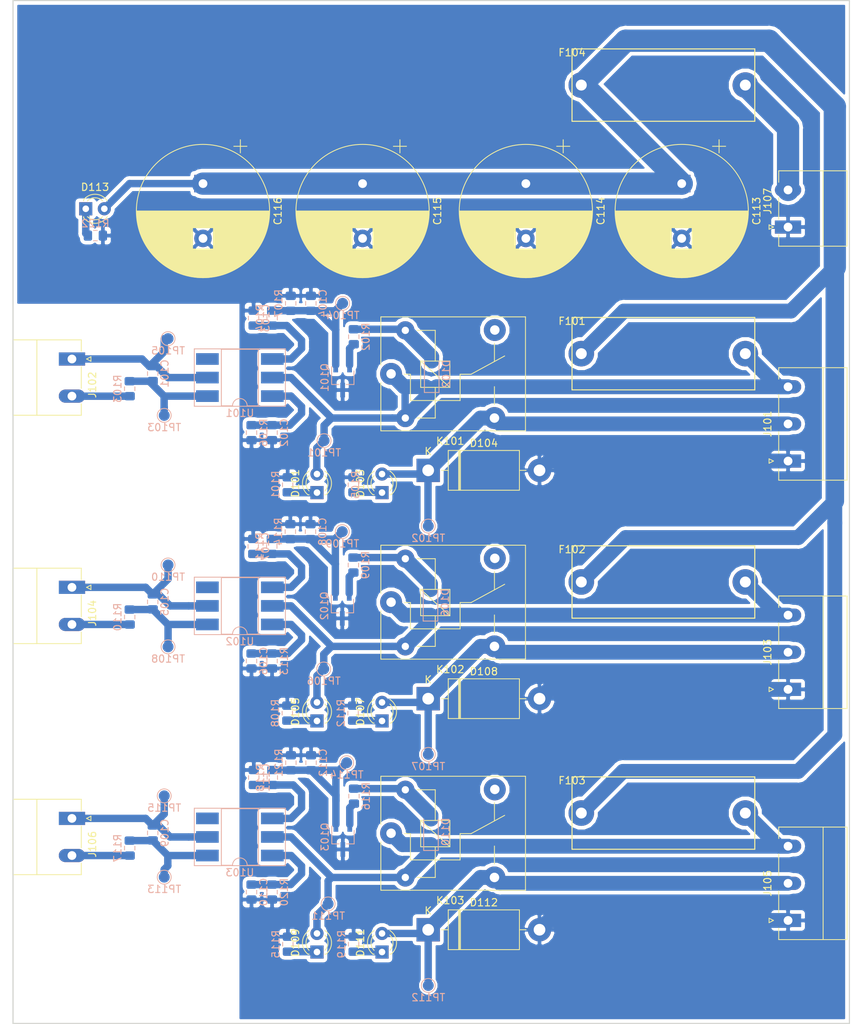
<source format=kicad_pcb>
(kicad_pcb (version 20171130) (host pcbnew 5.0.0)
  (layers (0 F.Cu jumper) (31 B.Cu signal) (34 B.Paste user) (35 F.Paste user) (36 B.SilkS user) (37 F.SilkS user) (38 B.Mask user) (39 F.Mask user) (44 Edge.Cuts user))
  (net 0 "")
  (net 1 "Net-(D103-Pad2)")
  (net 2 "Net-(C105-Pad2)")
  (net 3 "Net-(D101-Pad2)")
  (net 4 "Net-(C109-Pad2)")
  (net 5 "Net-(C112-Pad1)")
  (net 6 "Net-(C109-Pad1)")
  (net 7 "Net-(D111-Pad2)")
  (net 8 "Net-(D109-Pad2)")
  (net 9 "Net-(C105-Pad1)")
  (net 10 "Net-(D107-Pad2)")
  (net 11 "Net-(D105-Pad2)")
  (net 12 "Net-(C101-Pad2)")
  (net 13 "Net-(C104-Pad1)")
  (net 14 "Net-(C101-Pad1)")
  (net 15 "Net-(C108-Pad1)")
  (net 16 GNDPWR)
  (net 17 "Net-(D101-Pad1)")
  (net 18 "Net-(C106-Pad2)")
  (net 19 "Net-(D109-Pad1)")
  (net 20 "Net-(Q103-Pad2)")
  (net 21 "Net-(D110-Pad2)")
  (net 22 "Net-(J106-Pad2)")
  (net 23 "Net-(C111-Pad1)")
  (net 24 "Net-(D111-Pad1)")
  (net 25 "Net-(D113-Pad1)")
  (net 26 "Net-(C102-Pad2)")
  (net 27 "Net-(J102-Pad2)")
  (net 28 "Net-(Q102-Pad2)")
  (net 29 "Net-(D106-Pad2)")
  (net 30 "Net-(D105-Pad1)")
  (net 31 "Net-(D107-Pad1)")
  (net 32 "Net-(J104-Pad2)")
  (net 33 "Net-(C107-Pad1)")
  (net 34 "Net-(C110-Pad2)")
  (net 35 "Net-(D103-Pad1)")
  (net 36 "Net-(C103-Pad1)")
  (net 37 "Net-(D102-Pad2)")
  (net 38 "Net-(Q101-Pad2)")
  (net 39 "Net-(K103-Pad4)")
  (net 40 "Net-(K101-Pad4)")
  (net 41 "Net-(K102-Pad4)")
  (net 42 "Net-(U101-Pad3)")
  (net 43 "Net-(U103-Pad3)")
  (net 44 "Net-(U102-Pad3)")
  (net 45 +12V)
  (net 46 "Net-(F104-Pad2)")
  (module KicadZeniteSolarLibrary18:Fuse_Holder_5x20 (layer F.Cu) (at 638.025 -120.882)
    (fp_text reference F104 (at 0 0.5) (layer F.SilkS))
    (fp_text value 10A)
    (pad 1 thru_hole circle (at 1.27 4.953) (size 3.5 3.5) (drill 1.5) (layers *.Cu *.Mask) (net 45 +12V))
    (pad 2 thru_hole circle (at 23.7236 4.953) (size 3.5 3.5) (drill 1.5) (layers *.Cu *.Mask) (net 46 "Net-(F104-Pad2)"))
  )
  (module KicadZeniteSolarLibrary18:Fuse_Holder_5x20 (layer F.Cu) (at 638.025 -21.25)
    (fp_text reference F103 (at 0 0.5) (layer F.SilkS))
    (fp_text value 3A)
    (pad 2 thru_hole circle (at 23.7236 4.953) (size 3.5 3.5) (drill 1.5) (layers *.Cu *.Mask) (net 8 "Net-(D109-Pad2)"))
    (pad 1 thru_hole circle (at 1.27 4.953) (size 3.5 3.5) (drill 1.5) (layers *.Cu *.Mask) (net 45 +12V))
  )
  (module KicadZeniteSolarLibrary18:Fuse_Holder_5x20 (layer F.Cu) (at 638.025 -52.875)
    (fp_text reference F102 (at 0 0.5) (layer F.SilkS))
    (fp_text value 3A)
    (pad 1 thru_hole circle (at 1.27 4.953) (size 3.5 3.5) (drill 1.5) (layers *.Cu *.Mask) (net 45 +12V))
    (pad 2 thru_hole circle (at 23.7236 4.953) (size 3.5 3.5) (drill 1.5) (layers *.Cu *.Mask) (net 11 "Net-(D105-Pad2)"))
  )
  (module KicadZeniteSolarLibrary18:Fuse_Holder_5x20 (layer F.Cu) (at 638.025 -84.125)
    (fp_text reference F101 (at 0 0.5) (layer F.SilkS))
    (fp_text value 3A)
    (pad 2 thru_hole circle (at 23.7236 4.953) (size 3.5 3.5) (drill 1.5) (layers *.Cu *.Mask) (net 3 "Net-(D101-Pad2)"))
    (pad 1 thru_hole circle (at 1.27 4.953) (size 3.5 3.5) (drill 1.5) (layers *.Cu *.Mask) (net 45 +12V))
  )
  (module Capacitor_SMD:C_0805_2012Metric_Pad1.15x1.40mm_HandSolder (layer B.Cu) (at 580.625 -76.45 90)
    (fp_text reference C101 (at 0 1.65 90) (layer B.SilkS) (effects (justify mirror)))
    (fp_text value 100n)
    (pad 2 smd roundrect (at 1.025 0 90) (size 1.15 1.4) (layers B.Cu B.Paste B.Mask) (roundrect_rratio 0.217391) (net 12 "Net-(C101-Pad2)"))
    (pad 1 smd roundrect (at -1.025 0 90) (size 1.15 1.4) (layers B.Cu B.Paste B.Mask) (roundrect_rratio 0.217391) (net 14 "Net-(C101-Pad1)"))
  )
  (module Capacitor_SMD:C_0805_2012Metric_Pad1.15x1.40mm_HandSolder (layer B.Cu) (at 596.964 -68.36 90)
    (fp_text reference C102 (at 0 1.65 90) (layer B.SilkS) (effects (justify mirror)))
    (fp_text value 1n)
    (pad 1 smd roundrect (at -1.025 0 90) (size 1.15 1.4) (layers B.Cu B.Paste B.Mask) (roundrect_rratio 0.217391) (net 16 GNDPWR))
    (pad 2 smd roundrect (at 1.025 0 90) (size 1.15 1.4) (layers B.Cu B.Paste B.Mask) (roundrect_rratio 0.217391) (net 26 "Net-(C102-Pad2)"))
  )
  (module Capacitor_SMD:C_0805_2012Metric_Pad1.15x1.40mm_HandSolder (layer B.Cu) (at 594.434 -84.038 90)
    (fp_text reference C103 (at 0 1.65 90) (layer B.SilkS) (effects (justify mirror)))
    (fp_text value 100n)
    (pad 2 smd roundrect (at 1.025 0 90) (size 1.15 1.4) (layers B.Cu B.Paste B.Mask) (roundrect_rratio 0.217391) (net 16 GNDPWR))
    (pad 1 smd roundrect (at -1.025 0 90) (size 1.15 1.4) (layers B.Cu B.Paste B.Mask) (roundrect_rratio 0.217391) (net 36 "Net-(C103-Pad1)"))
  )
  (module Capacitor_SMD:C_0805_2012Metric_Pad1.15x1.40mm_HandSolder (layer B.Cu) (at 602.275 -86.061 90)
    (fp_text reference C104 (at 0 1.65 90) (layer B.SilkS) (effects (justify mirror)))
    (fp_text value 100n)
    (pad 1 smd roundrect (at -1.025 0 90) (size 1.15 1.4) (layers B.Cu B.Paste B.Mask) (roundrect_rratio 0.217391) (net 13 "Net-(C104-Pad1)"))
    (pad 2 smd roundrect (at 1.025 0 90) (size 1.15 1.4) (layers B.Cu B.Paste B.Mask) (roundrect_rratio 0.217391) (net 16 GNDPWR))
  )
  (module Capacitor_SMD:C_0805_2012Metric_Pad1.15x1.40mm_HandSolder (layer B.Cu) (at 580.625 -45.2 90)
    (fp_text reference C105 (at 0 1.65 90) (layer B.SilkS) (effects (justify mirror)))
    (fp_text value 100n)
    (pad 2 smd roundrect (at 1.025 0 90) (size 1.15 1.4) (layers B.Cu B.Paste B.Mask) (roundrect_rratio 0.217391) (net 2 "Net-(C105-Pad2)"))
    (pad 1 smd roundrect (at -1.025 0 90) (size 1.15 1.4) (layers B.Cu B.Paste B.Mask) (roundrect_rratio 0.217391) (net 9 "Net-(C105-Pad1)"))
  )
  (module Capacitor_SMD:C_0805_2012Metric_Pad1.15x1.40mm_HandSolder (layer B.Cu) (at 594.15 -37.11 90)
    (fp_text reference C106 (at 0 1.65 90) (layer B.SilkS) (effects (justify mirror)))
    (fp_text value 1n)
    (pad 1 smd roundrect (at -1.025 0 90) (size 1.15 1.4) (layers B.Cu B.Paste B.Mask) (roundrect_rratio 0.217391) (net 16 GNDPWR))
    (pad 2 smd roundrect (at 1.025 0 90) (size 1.15 1.4) (layers B.Cu B.Paste B.Mask) (roundrect_rratio 0.217391) (net 18 "Net-(C106-Pad2)"))
  )
  (module Capacitor_SMD:C_0805_2012Metric_Pad1.15x1.40mm_HandSolder (layer B.Cu) (at 594.384 -52.788 90)
    (fp_text reference C107 (at 0 1.65 90) (layer B.SilkS) (effects (justify mirror)))
    (fp_text value 100n)
    (pad 2 smd roundrect (at 1.025 0 90) (size 1.15 1.4) (layers B.Cu B.Paste B.Mask) (roundrect_rratio 0.217391) (net 16 GNDPWR))
    (pad 1 smd roundrect (at -1.025 0 90) (size 1.15 1.4) (layers B.Cu B.Paste B.Mask) (roundrect_rratio 0.217391) (net 33 "Net-(C107-Pad1)"))
  )
  (module Capacitor_SMD:C_0805_2012Metric_Pad1.15x1.40mm_HandSolder (layer B.Cu) (at 602.225 -54.811 90)
    (fp_text reference C108 (at 0 1.65 90) (layer B.SilkS) (effects (justify mirror)))
    (fp_text value 100n)
    (pad 1 smd roundrect (at -1.025 0 90) (size 1.15 1.4) (layers B.Cu B.Paste B.Mask) (roundrect_rratio 0.217391) (net 15 "Net-(C108-Pad1)"))
    (pad 2 smd roundrect (at 1.025 0 90) (size 1.15 1.4) (layers B.Cu B.Paste B.Mask) (roundrect_rratio 0.217391) (net 16 GNDPWR))
  )
  (module Capacitor_SMD:C_0805_2012Metric_Pad1.15x1.40mm_HandSolder (layer B.Cu) (at 580.625 -13.575 90)
    (fp_text reference C109 (at 0 1.65 90) (layer B.SilkS) (effects (justify mirror)))
    (fp_text value 100n)
    (pad 2 smd roundrect (at 1.025 0 90) (size 1.15 1.4) (layers B.Cu B.Paste B.Mask) (roundrect_rratio 0.217391) (net 4 "Net-(C109-Pad2)"))
    (pad 1 smd roundrect (at -1.025 0 90) (size 1.15 1.4) (layers B.Cu B.Paste B.Mask) (roundrect_rratio 0.217391) (net 6 "Net-(C109-Pad1)"))
  )
  (module Capacitor_SMD:C_0805_2012Metric_Pad1.15x1.40mm_HandSolder (layer B.Cu) (at 594.15 -5.485 90)
    (fp_text reference C110 (at 0 1.65 90) (layer B.SilkS) (effects (justify mirror)))
    (fp_text value 1n)
    (pad 1 smd roundrect (at -1.025 0 90) (size 1.15 1.4) (layers B.Cu B.Paste B.Mask) (roundrect_rratio 0.217391) (net 16 GNDPWR))
    (pad 2 smd roundrect (at 1.025 0 90) (size 1.15 1.4) (layers B.Cu B.Paste B.Mask) (roundrect_rratio 0.217391) (net 34 "Net-(C110-Pad2)"))
  )
  (module Capacitor_SMD:C_0805_2012Metric_Pad1.15x1.40mm_HandSolder (layer B.Cu) (at 594.459 -21.163 90)
    (fp_text reference C111 (at 0 1.65 90) (layer B.SilkS) (effects (justify mirror)))
    (fp_text value 100n)
    (pad 2 smd roundrect (at 1.025 0 90) (size 1.15 1.4) (layers B.Cu B.Paste B.Mask) (roundrect_rratio 0.217391) (net 16 GNDPWR))
    (pad 1 smd roundrect (at -1.025 0 90) (size 1.15 1.4) (layers B.Cu B.Paste B.Mask) (roundrect_rratio 0.217391) (net 23 "Net-(C111-Pad1)"))
  )
  (module Capacitor_SMD:C_0805_2012Metric_Pad1.15x1.40mm_HandSolder (layer B.Cu) (at 602.3 -23.186 90)
    (fp_text reference C112 (at 0 1.65 90) (layer B.SilkS) (effects (justify mirror)))
    (fp_text value 100n)
    (pad 1 smd roundrect (at -1.025 0 90) (size 1.15 1.4) (layers B.Cu B.Paste B.Mask) (roundrect_rratio 0.217391) (net 5 "Net-(C112-Pad1)"))
    (pad 2 smd roundrect (at 1.025 0 90) (size 1.15 1.4) (layers B.Cu B.Paste B.Mask) (roundrect_rratio 0.217391) (net 16 GNDPWR))
  )
  (module Capacitor_THT:CP_Radial_D18.0mm_P7.50mm (layer F.Cu) (at 653.041 -102.444 270)
    (fp_text reference C113 (at 3.75 -10.25 270) (layer F.SilkS))
    (fp_text value "4700u 35V")
    (pad 2 thru_hole circle (at 7.5 0 270) (size 2.4 2.4) (drill 1.2) (layers *.Cu *.Mask) (net 16 GNDPWR))
    (pad 1 thru_hole rect (at 0 0 270) (size 2.4 2.4) (drill 1.2) (layers *.Cu *.Mask) (net 45 +12V))
  )
  (module Capacitor_THT:CP_Radial_D18.0mm_P7.50mm (layer F.Cu) (at 631.705 -102.444 270)
    (fp_text reference C114 (at 3.75 -10.25 270) (layer F.SilkS))
    (fp_text value "4700u 35V")
    (pad 1 thru_hole rect (at 0 0 270) (size 2.4 2.4) (drill 1.2) (layers *.Cu *.Mask) (net 45 +12V))
    (pad 2 thru_hole circle (at 7.5 0 270) (size 2.4 2.4) (drill 1.2) (layers *.Cu *.Mask) (net 16 GNDPWR))
  )
  (module Capacitor_THT:CP_Radial_D18.0mm_P7.50mm (layer F.Cu) (at 609.353 -102.444 270)
    (fp_text reference C115 (at 3.75 -10.25 270) (layer F.SilkS))
    (fp_text value "4700u 35V")
    (pad 2 thru_hole circle (at 7.5 0 270) (size 2.4 2.4) (drill 1.2) (layers *.Cu *.Mask) (net 16 GNDPWR))
    (pad 1 thru_hole rect (at 0 0 270) (size 2.4 2.4) (drill 1.2) (layers *.Cu *.Mask) (net 45 +12V))
  )
  (module Capacitor_THT:CP_Radial_D18.0mm_P7.50mm (layer F.Cu) (at 587.509 -102.444 270)
    (fp_text reference C116 (at 3.75 -10.25 270) (layer F.SilkS))
    (fp_text value "4700u 35V")
    (pad 1 thru_hole rect (at 0 0 270) (size 2.4 2.4) (drill 1.2) (layers *.Cu *.Mask) (net 45 +12V))
    (pad 2 thru_hole circle (at 7.5 0 270) (size 2.4 2.4) (drill 1.2) (layers *.Cu *.Mask) (net 16 GNDPWR))
  )
  (module Connector_Phoenix_MC_HighVoltage:PhoenixContact_MC_1,5_2-G-5.08_1x02_P5.08mm_Horizontal (layer F.Cu) (at 569.567 -78.441 270)
    (fp_text reference J102 (at 3.54 -2.8 270) (layer F.SilkS))
    (fp_text value PUMP_1_IN)
    (pad 2 thru_hole oval (at 5.08 0 270) (size 1.8 3.6) (drill 1.2) (layers *.Cu *.Mask) (net 27 "Net-(J102-Pad2)"))
    (pad 1 thru_hole rect (at 0 0 270) (size 1.8 3.6) (drill 1.2) (layers *.Cu *.Mask) (net 12 "Net-(C101-Pad2)"))
  )
  (module Connector_Phoenix_MC_HighVoltage:PhoenixContact_MC_1,5_2-G-5.08_1x02_P5.08mm_Horizontal (layer F.Cu) (at 667.6 -96.498 90)
    (fp_text reference J107 (at 3.54 -2.8 90) (layer F.SilkS))
    (fp_text value BATTERY)
    (pad 1 thru_hole rect (at 0 0 90) (size 1.8 3.6) (drill 1.2) (layers *.Cu *.Mask) (net 16 GNDPWR))
    (pad 2 thru_hole oval (at 5.08 0 90) (size 1.8 3.6) (drill 1.2) (layers *.Cu *.Mask) (net 46 "Net-(F104-Pad2)"))
  )
  (module Connector_Phoenix_MC_HighVoltage:PhoenixContact_MC_1,5_2-G-5.08_1x02_P5.08mm_Horizontal (layer F.Cu) (at 569.567 -47.191 270)
    (fp_text reference J104 (at 3.54 -2.8 270) (layer F.SilkS))
    (fp_text value PUMP_2_IN)
    (pad 2 thru_hole oval (at 5.08 0 270) (size 1.8 3.6) (drill 1.2) (layers *.Cu *.Mask) (net 32 "Net-(J104-Pad2)"))
    (pad 1 thru_hole rect (at 0 0 270) (size 1.8 3.6) (drill 1.2) (layers *.Cu *.Mask) (net 2 "Net-(C105-Pad2)"))
  )
  (module Connector_Phoenix_MC_HighVoltage:PhoenixContact_MC_1,5_2-G-5.08_1x02_P5.08mm_Horizontal (layer F.Cu) (at 569.567 -15.566 270)
    (fp_text reference J106 (at 3.54 -2.8 270) (layer F.SilkS))
    (fp_text value PUMP_3_IN)
    (pad 1 thru_hole rect (at 0 0 270) (size 1.8 3.6) (drill 1.2) (layers *.Cu *.Mask) (net 4 "Net-(C109-Pad2)"))
    (pad 2 thru_hole oval (at 5.08 0 270) (size 1.8 3.6) (drill 1.2) (layers *.Cu *.Mask) (net 22 "Net-(J106-Pad2)"))
  )
  (module Connector_Phoenix_MC_HighVoltage:PhoenixContact_MC_1,5_3-G-5.08_1x03_P5.08mm_Horizontal (layer F.Cu) (at 667.6 -33.225 90)
    (fp_text reference J103 (at 5.08 -2.8 90) (layer F.SilkS))
    (fp_text value "PUMP_1 _OUT")
    (pad 1 thru_hole rect (at 0 0 90) (size 1.8 3.6) (drill 1.2) (layers *.Cu *.Mask) (net 16 GNDPWR))
    (pad 2 thru_hole oval (at 5.08 0 90) (size 1.8 3.6) (drill 1.2) (layers *.Cu *.Mask) (net 10 "Net-(D107-Pad2)"))
    (pad 3 thru_hole oval (at 10.16 0 90) (size 1.8 3.6) (drill 1.2) (layers *.Cu *.Mask) (net 11 "Net-(D105-Pad2)"))
  )
  (module Connector_Phoenix_MC_HighVoltage:PhoenixContact_MC_1,5_3-G-5.08_1x03_P5.08mm_Horizontal (layer F.Cu) (at 667.6 -64.475 90)
    (fp_text reference J101 (at 5.08 -2.8 90) (layer F.SilkS))
    (fp_text value "PUMP_1 _OUT")
    (pad 3 thru_hole oval (at 10.16 0 90) (size 1.8 3.6) (drill 1.2) (layers *.Cu *.Mask) (net 3 "Net-(D101-Pad2)"))
    (pad 2 thru_hole oval (at 5.08 0 90) (size 1.8 3.6) (drill 1.2) (layers *.Cu *.Mask) (net 1 "Net-(D103-Pad2)"))
    (pad 1 thru_hole rect (at 0 0 90) (size 1.8 3.6) (drill 1.2) (layers *.Cu *.Mask) (net 16 GNDPWR))
  )
  (module Connector_Phoenix_MC_HighVoltage:PhoenixContact_MC_1,5_3-G-5.08_1x03_P5.08mm_Horizontal (layer F.Cu) (at 667.6 -1.6 90)
    (fp_text reference J105 (at 5.08 -2.8 90) (layer F.SilkS))
    (fp_text value PUMP_3_OUT)
    (pad 1 thru_hole rect (at 0 0 90) (size 1.8 3.6) (drill 1.2) (layers *.Cu *.Mask) (net 16 GNDPWR))
    (pad 2 thru_hole oval (at 5.08 0 90) (size 1.8 3.6) (drill 1.2) (layers *.Cu *.Mask) (net 7 "Net-(D111-Pad2)"))
    (pad 3 thru_hole oval (at 10.16 0 90) (size 1.8 3.6) (drill 1.2) (layers *.Cu *.Mask) (net 8 "Net-(D109-Pad2)"))
  )
  (module Diode_SMD:D_MiniMELF (layer B.Cu) (at 618.65 -45.125 90)
    (fp_text reference D106 (at 0 2 90) (layer B.SilkS) (effects (justify mirror)))
    (fp_text value LL4148)
    (pad 1 smd rect (at -1.75 0 90) (size 1.3 1.7) (layers B.Cu B.Paste B.Mask) (net 11 "Net-(D105-Pad2)"))
    (pad 2 smd rect (at 1.75 0 90) (size 1.3 1.7) (layers B.Cu B.Paste B.Mask) (net 29 "Net-(D106-Pad2)"))
  )
  (module Diode_SMD:D_MiniMELF (layer B.Cu) (at 618.818 -76.409 90)
    (fp_text reference D102 (at 0 2 90) (layer B.SilkS) (effects (justify mirror)))
    (fp_text value LL4148)
    (pad 2 smd rect (at 1.75 0 90) (size 1.3 1.7) (layers B.Cu B.Paste B.Mask) (net 37 "Net-(D102-Pad2)"))
    (pad 1 smd rect (at -1.75 0 90) (size 1.3 1.7) (layers B.Cu B.Paste B.Mask) (net 3 "Net-(D101-Pad2)"))
  )
  (module Diode_SMD:D_MiniMELF (layer B.Cu) (at 618.718 -13.725 90)
    (fp_text reference D110 (at 0 2 90) (layer B.SilkS) (effects (justify mirror)))
    (fp_text value LL4148)
    (pad 1 smd rect (at -1.75 0 90) (size 1.3 1.7) (layers B.Cu B.Paste B.Mask) (net 8 "Net-(D109-Pad2)"))
    (pad 2 smd rect (at 1.75 0 90) (size 1.3 1.7) (layers B.Cu B.Paste B.Mask) (net 21 "Net-(D110-Pad2)"))
  )
  (module Diode_THT:D_DO-201AD_P15.24mm_Horizontal (layer F.Cu) (at 618.335 -63.201)
    (fp_text reference D104 (at 7.62 -3.72) (layer F.SilkS))
    (fp_text value MUR460)
    (fp_text user K (at 0 -2.6) (layer F.SilkS))
    (pad 1 thru_hole rect (at 0 0) (size 3.2 3.2) (drill 1.6) (layers *.Cu *.Mask) (net 1 "Net-(D103-Pad2)"))
    (pad 2 thru_hole oval (at 15.24 0) (size 3.2 3.2) (drill 1.6) (layers *.Cu *.Mask) (net 16 GNDPWR))
  )
  (module Diode_THT:D_DO-201AD_P15.24mm_Horizontal (layer F.Cu) (at 618.335 -31.951)
    (fp_text reference D108 (at 7.62 -3.72) (layer F.SilkS))
    (fp_text value MUR460)
    (fp_text user K (at 0 -2.6) (layer F.SilkS))
    (pad 2 thru_hole oval (at 15.24 0) (size 3.2 3.2) (drill 1.6) (layers *.Cu *.Mask) (net 16 GNDPWR))
    (pad 1 thru_hole rect (at 0 0) (size 3.2 3.2) (drill 1.6) (layers *.Cu *.Mask) (net 10 "Net-(D107-Pad2)"))
  )
  (module Diode_THT:D_DO-201AD_P15.24mm_Horizontal (layer F.Cu) (at 618.335 -0.326)
    (fp_text reference D112 (at 7.62 -3.72) (layer F.SilkS))
    (fp_text value MUR460)
    (fp_text user K (at 0 -2.6) (layer F.SilkS))
    (pad 1 thru_hole rect (at 0 0) (size 3.2 3.2) (drill 1.6) (layers *.Cu *.Mask) (net 7 "Net-(D111-Pad2)"))
    (pad 2 thru_hole oval (at 15.24 0) (size 3.2 3.2) (drill 1.6) (layers *.Cu *.Mask) (net 16 GNDPWR))
  )
  (module LED_THT:LED_D3.0mm (layer F.Cu) (at 603.111 -28.904 90)
    (fp_text reference D105 (at 1.27 -2.96 90) (layer F.SilkS))
    (fp_text value G3mm)
    (pad 1 thru_hole rect (at 0 0 90) (size 1.8 1.8) (drill 0.9) (layers *.Cu *.Mask) (net 30 "Net-(D105-Pad1)"))
    (pad 2 thru_hole circle (at 2.54 0 90) (size 1.8 1.8) (drill 0.9) (layers *.Cu *.Mask) (net 11 "Net-(D105-Pad2)"))
  )
  (module LED_THT:LED_D3.0mm (layer F.Cu) (at 612.014 -28.904 90)
    (fp_text reference D107 (at 1.27 -2.96 90) (layer F.SilkS))
    (fp_text value R3mm)
    (pad 2 thru_hole circle (at 2.54 0 90) (size 1.8 1.8) (drill 0.9) (layers *.Cu *.Mask) (net 10 "Net-(D107-Pad2)"))
    (pad 1 thru_hole rect (at 0 0 90) (size 1.8 1.8) (drill 0.9) (layers *.Cu *.Mask) (net 31 "Net-(D107-Pad1)"))
  )
  (module LED_THT:LED_D3.0mm (layer F.Cu) (at 603.111 2.721 90)
    (fp_text reference D109 (at 1.27 -2.96 90) (layer F.SilkS))
    (fp_text value G3mm)
    (pad 1 thru_hole rect (at 0 0 90) (size 1.8 1.8) (drill 0.9) (layers *.Cu *.Mask) (net 19 "Net-(D109-Pad1)"))
    (pad 2 thru_hole circle (at 2.54 0 90) (size 1.8 1.8) (drill 0.9) (layers *.Cu *.Mask) (net 8 "Net-(D109-Pad2)"))
  )
  (module LED_THT:LED_D3.0mm (layer F.Cu) (at 612.014 -60.154 90)
    (fp_text reference D103 (at 1.27 -2.96 90) (layer F.SilkS))
    (fp_text value R3mm)
    (pad 2 thru_hole circle (at 2.54 0 90) (size 1.8 1.8) (drill 0.9) (layers *.Cu *.Mask) (net 1 "Net-(D103-Pad2)"))
    (pad 1 thru_hole rect (at 0 0 90) (size 1.8 1.8) (drill 0.9) (layers *.Cu *.Mask) (net 35 "Net-(D103-Pad1)"))
  )
  (module LED_THT:LED_D3.0mm (layer F.Cu) (at 612.014 2.721 90)
    (fp_text reference D111 (at 1.27 -2.96 90) (layer F.SilkS))
    (fp_text value R3mm)
    (pad 1 thru_hole rect (at 0 0 90) (size 1.8 1.8) (drill 0.9) (layers *.Cu *.Mask) (net 24 "Net-(D111-Pad1)"))
    (pad 2 thru_hole circle (at 2.54 0 90) (size 1.8 1.8) (drill 0.9) (layers *.Cu *.Mask) (net 7 "Net-(D111-Pad2)"))
  )
  (module LED_THT:LED_D3.0mm (layer F.Cu) (at 571.46 -99)
    (fp_text reference D113 (at 1.27 -2.96) (layer F.SilkS))
    (fp_text value G3mm)
    (pad 2 thru_hole circle (at 2.54 0) (size 1.8 1.8) (drill 0.9) (layers *.Cu *.Mask) (net 45 +12V))
    (pad 1 thru_hole rect (at 0 0) (size 1.8 1.8) (drill 0.9) (layers *.Cu *.Mask) (net 25 "Net-(D113-Pad1)"))
  )
  (module LED_THT:LED_D3.0mm (layer F.Cu) (at 603.111 -60.154 90)
    (fp_text reference D101 (at 1.27 -2.96 90) (layer F.SilkS))
    (fp_text value G3mm)
    (pad 1 thru_hole rect (at 0 0 90) (size 1.8 1.8) (drill 0.9) (layers *.Cu *.Mask) (net 17 "Net-(D101-Pad1)"))
    (pad 2 thru_hole circle (at 2.54 0 90) (size 1.8 1.8) (drill 0.9) (layers *.Cu *.Mask) (net 3 "Net-(D101-Pad2)"))
  )
  (module Package_DIP:DIP-6_W8.89mm_SMDSocket_LongPads (layer B.Cu) (at 592.554 -44.651)
    (fp_text reference U102 (at 0 4.87) (layer B.SilkS) (effects (justify mirror)))
    (fp_text value 4N25)
    (pad 1 smd rect (at -4.445 2.54) (size 3.1 1.6) (layers B.Cu B.Paste B.Mask) (net 9 "Net-(C105-Pad1)"))
    (pad 4 smd rect (at 4.445 -2.54) (size 3.1 1.6) (layers B.Cu B.Paste B.Mask) (net 33 "Net-(C107-Pad1)"))
    (pad 2 smd rect (at -4.445 0) (size 3.1 1.6) (layers B.Cu B.Paste B.Mask) (net 2 "Net-(C105-Pad2)"))
    (pad 5 smd rect (at 4.445 0) (size 3.1 1.6) (layers B.Cu B.Paste B.Mask) (net 11 "Net-(D105-Pad2)"))
    (pad 3 smd rect (at -4.445 -2.54) (size 3.1 1.6) (layers B.Cu B.Paste B.Mask) (net 44 "Net-(U102-Pad3)"))
    (pad 6 smd rect (at 4.445 2.54) (size 3.1 1.6) (layers B.Cu B.Paste B.Mask) (net 18 "Net-(C106-Pad2)"))
  )
  (module Package_DIP:DIP-6_W8.89mm_SMDSocket_LongPads (layer B.Cu) (at 592.554 -13.026)
    (fp_text reference U103 (at 0 4.87) (layer B.SilkS) (effects (justify mirror)))
    (fp_text value 4N25)
    (pad 6 smd rect (at 4.445 2.54) (size 3.1 1.6) (layers B.Cu B.Paste B.Mask) (net 34 "Net-(C110-Pad2)"))
    (pad 3 smd rect (at -4.445 -2.54) (size 3.1 1.6) (layers B.Cu B.Paste B.Mask) (net 43 "Net-(U103-Pad3)"))
    (pad 5 smd rect (at 4.445 0) (size 3.1 1.6) (layers B.Cu B.Paste B.Mask) (net 8 "Net-(D109-Pad2)"))
    (pad 2 smd rect (at -4.445 0) (size 3.1 1.6) (layers B.Cu B.Paste B.Mask) (net 4 "Net-(C109-Pad2)"))
    (pad 4 smd rect (at 4.445 -2.54) (size 3.1 1.6) (layers B.Cu B.Paste B.Mask) (net 23 "Net-(C111-Pad1)"))
    (pad 1 smd rect (at -4.445 2.54) (size 3.1 1.6) (layers B.Cu B.Paste B.Mask) (net 6 "Net-(C109-Pad1)"))
  )
  (module Package_DIP:DIP-6_W8.89mm_SMDSocket_LongPads (layer B.Cu) (at 592.554 -75.901)
    (fp_text reference U101 (at 0 4.87) (layer B.SilkS) (effects (justify mirror)))
    (fp_text value 4N25)
    (pad 1 smd rect (at -4.445 2.54) (size 3.1 1.6) (layers B.Cu B.Paste B.Mask) (net 14 "Net-(C101-Pad1)"))
    (pad 4 smd rect (at 4.445 -2.54) (size 3.1 1.6) (layers B.Cu B.Paste B.Mask) (net 36 "Net-(C103-Pad1)"))
    (pad 2 smd rect (at -4.445 0) (size 3.1 1.6) (layers B.Cu B.Paste B.Mask) (net 12 "Net-(C101-Pad2)"))
    (pad 5 smd rect (at 4.445 0) (size 3.1 1.6) (layers B.Cu B.Paste B.Mask) (net 3 "Net-(D101-Pad2)"))
    (pad 3 smd rect (at -4.445 -2.54) (size 3.1 1.6) (layers B.Cu B.Paste B.Mask) (net 42 "Net-(U101-Pad3)"))
    (pad 6 smd rect (at 4.445 2.54) (size 3.1 1.6) (layers B.Cu B.Paste B.Mask) (net 26 "Net-(C102-Pad2)"))
  )
  (module Package_TO_SOT_SMD:TSOT-23_HandSoldering (layer B.Cu) (at 606.651 -13.026 270)
    (fp_text reference Q103 (at 0 2.45 270) (layer B.SilkS) (effects (justify mirror)))
    (fp_text value BCV27)
    (pad 1 smd rect (at -1.71 0.95 270) (size 2 0.65) (layers B.Cu B.Paste B.Mask) (net 5 "Net-(C112-Pad1)"))
    (pad 2 smd rect (at -1.71 -0.95 270) (size 2 0.65) (layers B.Cu B.Paste B.Mask) (net 20 "Net-(Q103-Pad2)"))
    (pad 3 smd rect (at 1.71 0 270) (size 2 0.65) (layers B.Cu B.Paste B.Mask) (net 16 GNDPWR))
  )
  (module Package_TO_SOT_SMD:TSOT-23_HandSoldering (layer B.Cu) (at 606.576 -44.651 270)
    (fp_text reference Q102 (at 0 2.45 270) (layer B.SilkS) (effects (justify mirror)))
    (fp_text value BCV27)
    (pad 3 smd rect (at 1.71 0 270) (size 2 0.65) (layers B.Cu B.Paste B.Mask) (net 16 GNDPWR))
    (pad 2 smd rect (at -1.71 -0.95 270) (size 2 0.65) (layers B.Cu B.Paste B.Mask) (net 28 "Net-(Q102-Pad2)"))
    (pad 1 smd rect (at -1.71 0.95 270) (size 2 0.65) (layers B.Cu B.Paste B.Mask) (net 15 "Net-(C108-Pad1)"))
  )
  (module Package_TO_SOT_SMD:TSOT-23_HandSoldering (layer B.Cu) (at 606.626 -75.901 270)
    (fp_text reference Q101 (at 0 2.45 270) (layer B.SilkS) (effects (justify mirror)))
    (fp_text value BCV27)
    (pad 1 smd rect (at -1.71 0.95 270) (size 2 0.65) (layers B.Cu B.Paste B.Mask) (net 13 "Net-(C104-Pad1)"))
    (pad 2 smd rect (at -1.71 -0.95 270) (size 2 0.65) (layers B.Cu B.Paste B.Mask) (net 38 "Net-(Q101-Pad2)"))
    (pad 3 smd rect (at 1.71 0 270) (size 2 0.65) (layers B.Cu B.Paste B.Mask) (net 16 GNDPWR))
  )
  (module Relay_THT:Relay_SPDT_SANYOU_SRD_Series_Form_C (layer F.Cu) (at 613.255 -45.159)
    (fp_text reference K102 (at 8.1 9.2) (layer F.SilkS))
    (fp_text value "coil: 12VDC, contact: 125V/10A")
    (pad 2 thru_hole circle (at 1.95 6.05 90) (size 2.5 2.5) (drill 1) (layers *.Cu *.Mask) (net 11 "Net-(D105-Pad2)"))
    (pad 3 thru_hole circle (at 14.15 6.05 90) (size 3 3) (drill 1.3) (layers *.Cu *.Mask) (net 10 "Net-(D107-Pad2)"))
    (pad 4 thru_hole circle (at 14.2 -6 90) (size 3 3) (drill 1.3) (layers *.Cu *.Mask) (net 41 "Net-(K102-Pad4)"))
    (pad 5 thru_hole circle (at 1.95 -5.95 90) (size 2.5 2.5) (drill 1) (layers *.Cu *.Mask) (net 29 "Net-(D106-Pad2)"))
    (pad 1 thru_hole circle (at 0 0 90) (size 3 3) (drill 1.3) (layers *.Cu *.Mask) (net 11 "Net-(D105-Pad2)"))
  )
  (module Relay_THT:Relay_SPDT_SANYOU_SRD_Series_Form_C (layer F.Cu) (at 613.255 -76.409)
    (fp_text reference K101 (at 8.1 9.2) (layer F.SilkS))
    (fp_text value "coil: 12VDC, contact: 125V/10A")
    (pad 1 thru_hole circle (at 0 0 90) (size 3 3) (drill 1.3) (layers *.Cu *.Mask) (net 3 "Net-(D101-Pad2)"))
    (pad 5 thru_hole circle (at 1.95 -5.95 90) (size 2.5 2.5) (drill 1) (layers *.Cu *.Mask) (net 37 "Net-(D102-Pad2)"))
    (pad 4 thru_hole circle (at 14.2 -6 90) (size 3 3) (drill 1.3) (layers *.Cu *.Mask) (net 40 "Net-(K101-Pad4)"))
    (pad 3 thru_hole circle (at 14.15 6.05 90) (size 3 3) (drill 1.3) (layers *.Cu *.Mask) (net 1 "Net-(D103-Pad2)"))
    (pad 2 thru_hole circle (at 1.95 6.05 90) (size 2.5 2.5) (drill 1) (layers *.Cu *.Mask) (net 3 "Net-(D101-Pad2)"))
  )
  (module Relay_THT:Relay_SPDT_SANYOU_SRD_Series_Form_C (layer F.Cu) (at 613.255 -13.534)
    (fp_text reference K103 (at 8.1 9.2) (layer F.SilkS))
    (fp_text value "coil: 12VDC, contact: 125V/10A")
    (pad 2 thru_hole circle (at 1.95 6.05 90) (size 2.5 2.5) (drill 1) (layers *.Cu *.Mask) (net 8 "Net-(D109-Pad2)"))
    (pad 3 thru_hole circle (at 14.15 6.05 90) (size 3 3) (drill 1.3) (layers *.Cu *.Mask) (net 7 "Net-(D111-Pad2)"))
    (pad 4 thru_hole circle (at 14.2 -6 90) (size 3 3) (drill 1.3) (layers *.Cu *.Mask) (net 39 "Net-(K103-Pad4)"))
    (pad 5 thru_hole circle (at 1.95 -5.95 90) (size 2.5 2.5) (drill 1) (layers *.Cu *.Mask) (net 21 "Net-(D110-Pad2)"))
    (pad 1 thru_hole circle (at 0 0 90) (size 3 3) (drill 1.3) (layers *.Cu *.Mask) (net 8 "Net-(D109-Pad2)"))
  )
  (module Resistor_SMD:R_0805_2012Metric_Pad1.15x1.40mm_HandSolder (layer B.Cu) (at 608.15 -81.489 90)
    (fp_text reference R102 (at 0 1.65 90) (layer B.SilkS) (effects (justify mirror)))
    (fp_text value 120R)
    (pad 1 smd roundrect (at -1.025 0 90) (size 1.15 1.4) (layers B.Cu B.Paste B.Mask) (roundrect_rratio 0.217391) (net 38 "Net-(Q101-Pad2)"))
    (pad 2 smd roundrect (at 1.025 0 90) (size 1.15 1.4) (layers B.Cu B.Paste B.Mask) (roundrect_rratio 0.217391) (net 37 "Net-(D102-Pad2)"))
  )
  (module Resistor_SMD:R_0805_2012Metric_Pad1.15x1.40mm_HandSolder (layer B.Cu) (at 596.974 -84.038 270)
    (fp_text reference R104 (at 0 1.65 270) (layer B.SilkS) (effects (justify mirror)))
    (fp_text value 1k2)
    (pad 1 smd roundrect (at -1.025 0 270) (size 1.15 1.4) (layers B.Cu B.Paste B.Mask) (roundrect_rratio 0.217391) (net 13 "Net-(C104-Pad1)"))
    (pad 2 smd roundrect (at 1.025 0 270) (size 1.15 1.4) (layers B.Cu B.Paste B.Mask) (roundrect_rratio 0.217391) (net 36 "Net-(C103-Pad1)"))
  )
  (module Resistor_SMD:R_0805_2012Metric_Pad1.15x1.40mm_HandSolder (layer B.Cu) (at 608.1 -61.225 270)
    (fp_text reference R105 (at 0 -0.282501 270) (layer B.SilkS) (effects (justify mirror)))
    (fp_text value 1k)
    (pad 2 smd roundrect (at 1.025 0 270) (size 1.15 1.4) (layers B.Cu B.Paste B.Mask) (roundrect_rratio 0.217391) (net 35 "Net-(D103-Pad1)"))
    (pad 1 smd roundrect (at -1.025 0 270) (size 1.15 1.4) (layers B.Cu B.Paste B.Mask) (roundrect_rratio 0.217391) (net 16 GNDPWR))
  )
  (module Resistor_SMD:R_0805_2012Metric_Pad1.15x1.40mm_HandSolder (layer B.Cu) (at 596.964 -5.485 90)
    (fp_text reference R120 (at 0 1.65 90) (layer B.SilkS) (effects (justify mirror)))
    (fp_text value NC)
    (pad 1 smd roundrect (at -1.025 0 90) (size 1.15 1.4) (layers B.Cu B.Paste B.Mask) (roundrect_rratio 0.217391) (net 16 GNDPWR))
    (pad 2 smd roundrect (at 1.025 0 90) (size 1.15 1.4) (layers B.Cu B.Paste B.Mask) (roundrect_rratio 0.217391) (net 34 "Net-(C110-Pad2)"))
  )
  (module Resistor_SMD:R_0805_2012Metric_Pad1.15x1.40mm_HandSolder (layer B.Cu) (at 596.924 -52.788 270)
    (fp_text reference R111 (at 0 1.65 270) (layer B.SilkS) (effects (justify mirror)))
    (fp_text value 1k2)
    (pad 2 smd roundrect (at 1.025 0 270) (size 1.15 1.4) (layers B.Cu B.Paste B.Mask) (roundrect_rratio 0.217391) (net 33 "Net-(C107-Pad1)"))
    (pad 1 smd roundrect (at -1.025 0 270) (size 1.15 1.4) (layers B.Cu B.Paste B.Mask) (roundrect_rratio 0.217391) (net 15 "Net-(C108-Pad1)"))
  )
  (module Resistor_SMD:R_0805_2012Metric_Pad1.15x1.40mm_HandSolder (layer B.Cu) (at 577.475 -43.125 270)
    (fp_text reference R110 (at 0 1.65 270) (layer B.SilkS) (effects (justify mirror)))
    (fp_text value 330R)
    (pad 1 smd roundrect (at -1.025 0 270) (size 1.15 1.4) (layers B.Cu B.Paste B.Mask) (roundrect_rratio 0.217391) (net 9 "Net-(C105-Pad1)"))
    (pad 2 smd roundrect (at 1.025 0 270) (size 1.15 1.4) (layers B.Cu B.Paste B.Mask) (roundrect_rratio 0.217391) (net 32 "Net-(J104-Pad2)"))
  )
  (module Resistor_SMD:R_0805_2012Metric_Pad1.15x1.40mm_HandSolder (layer B.Cu) (at 608.05 -29.975 270)
    (fp_text reference R112 (at 0 1.65 270) (layer B.SilkS) (effects (justify mirror)))
    (fp_text value 1k)
    (pad 2 smd roundrect (at 1.025 0 270) (size 1.15 1.4) (layers B.Cu B.Paste B.Mask) (roundrect_rratio 0.217391) (net 31 "Net-(D107-Pad1)"))
    (pad 1 smd roundrect (at -1.025 0 270) (size 1.15 1.4) (layers B.Cu B.Paste B.Mask) (roundrect_rratio 0.217391) (net 16 GNDPWR))
  )
  (module Resistor_SMD:R_0805_2012Metric_Pad1.15x1.40mm_HandSolder (layer B.Cu) (at 599.05 -29.975 270)
    (fp_text reference R108 (at 0 1.65 270) (layer B.SilkS) (effects (justify mirror)))
    (fp_text value 1k)
    (pad 1 smd roundrect (at -1.025 0 270) (size 1.15 1.4) (layers B.Cu B.Paste B.Mask) (roundrect_rratio 0.217391) (net 16 GNDPWR))
    (pad 2 smd roundrect (at 1.025 0 270) (size 1.15 1.4) (layers B.Cu B.Paste B.Mask) (roundrect_rratio 0.217391) (net 30 "Net-(D105-Pad1)"))
  )
  (module Resistor_SMD:R_0805_2012Metric_Pad1.15x1.40mm_HandSolder (layer B.Cu) (at 599.514 -86.061 270)
    (fp_text reference R107 (at 0 1.65 270) (layer B.SilkS) (effects (justify mirror)))
    (fp_text value 10k)
    (pad 2 smd roundrect (at 1.025 0 270) (size 1.15 1.4) (layers B.Cu B.Paste B.Mask) (roundrect_rratio 0.217391) (net 13 "Net-(C104-Pad1)"))
    (pad 1 smd roundrect (at -1.025 0 270) (size 1.15 1.4) (layers B.Cu B.Paste B.Mask) (roundrect_rratio 0.217391) (net 16 GNDPWR))
  )
  (module Resistor_SMD:R_0805_2012Metric_Pad1.15x1.40mm_HandSolder (layer B.Cu) (at 608.1 -50.239 90)
    (fp_text reference R109 (at 0 1.65 90) (layer B.SilkS) (effects (justify mirror)))
    (fp_text value 120R)
    (pad 2 smd roundrect (at 1.025 0 90) (size 1.15 1.4) (layers B.Cu B.Paste B.Mask) (roundrect_rratio 0.217391) (net 29 "Net-(D106-Pad2)"))
    (pad 1 smd roundrect (at -1.025 0 90) (size 1.15 1.4) (layers B.Cu B.Paste B.Mask) (roundrect_rratio 0.217391) (net 28 "Net-(Q102-Pad2)"))
  )
  (module Resistor_SMD:R_0805_2012Metric_Pad1.15x1.40mm_HandSolder (layer B.Cu) (at 577.475 -74.375 270)
    (fp_text reference R103 (at 0 1.65 270) (layer B.SilkS) (effects (justify mirror)))
    (fp_text value 330R)
    (pad 2 smd roundrect (at 1.025 0 270) (size 1.15 1.4) (layers B.Cu B.Paste B.Mask) (roundrect_rratio 0.217391) (net 27 "Net-(J102-Pad2)"))
    (pad 1 smd roundrect (at -1.025 0 270) (size 1.15 1.4) (layers B.Cu B.Paste B.Mask) (roundrect_rratio 0.217391) (net 14 "Net-(C101-Pad1)"))
  )
  (module Resistor_SMD:R_0805_2012Metric_Pad1.15x1.40mm_HandSolder (layer B.Cu) (at 594.15 -68.36 90)
    (fp_text reference R106 (at 0 1.65 90) (layer B.SilkS) (effects (justify mirror)))
    (fp_text value NC)
    (pad 1 smd roundrect (at -1.025 0 90) (size 1.15 1.4) (layers B.Cu B.Paste B.Mask) (roundrect_rratio 0.217391) (net 16 GNDPWR))
    (pad 2 smd roundrect (at 1.025 0 90) (size 1.15 1.4) (layers B.Cu B.Paste B.Mask) (roundrect_rratio 0.217391) (net 26 "Net-(C102-Pad2)"))
  )
  (module Resistor_SMD:R_0805_2012Metric_Pad1.15x1.40mm_HandSolder (layer B.Cu) (at 572.777 -95.332 180)
    (fp_text reference R122 (at 0 1.65 180) (layer B.SilkS) (effects (justify mirror)))
    (fp_text value 1k)
    (pad 2 smd roundrect (at 1.025 0 180) (size 1.15 1.4) (layers B.Cu B.Paste B.Mask) (roundrect_rratio 0.217391) (net 25 "Net-(D113-Pad1)"))
    (pad 1 smd roundrect (at -1.025 0 180) (size 1.15 1.4) (layers B.Cu B.Paste B.Mask) (roundrect_rratio 0.217391) (net 16 GNDPWR))
  )
  (module Resistor_SMD:R_0805_2012Metric_Pad1.15x1.40mm_HandSolder (layer B.Cu) (at 599.539 -23.186 270)
    (fp_text reference R121 (at 0 1.65 270) (layer B.SilkS) (effects (justify mirror)))
    (fp_text value 10k)
    (pad 1 smd roundrect (at -1.025 0 270) (size 1.15 1.4) (layers B.Cu B.Paste B.Mask) (roundrect_rratio 0.217391) (net 16 GNDPWR))
    (pad 2 smd roundrect (at 1.025 0 270) (size 1.15 1.4) (layers B.Cu B.Paste B.Mask) (roundrect_rratio 0.217391) (net 5 "Net-(C112-Pad1)"))
  )
  (module Resistor_SMD:R_0805_2012Metric_Pad1.15x1.40mm_HandSolder (layer B.Cu) (at 608.125 1.65 270)
    (fp_text reference R119 (at 0 1.65 270) (layer B.SilkS) (effects (justify mirror)))
    (fp_text value 1k)
    (pad 2 smd roundrect (at 1.025 0 270) (size 1.15 1.4) (layers B.Cu B.Paste B.Mask) (roundrect_rratio 0.217391) (net 24 "Net-(D111-Pad1)"))
    (pad 1 smd roundrect (at -1.025 0 270) (size 1.15 1.4) (layers B.Cu B.Paste B.Mask) (roundrect_rratio 0.217391) (net 16 GNDPWR))
  )
  (module Resistor_SMD:R_0805_2012Metric_Pad1.15x1.40mm_HandSolder (layer B.Cu) (at 596.999 -21.163 270)
    (fp_text reference R118 (at 0 1.65 270) (layer B.SilkS) (effects (justify mirror)))
    (fp_text value 1k2)
    (pad 1 smd roundrect (at -1.025 0 270) (size 1.15 1.4) (layers B.Cu B.Paste B.Mask) (roundrect_rratio 0.217391) (net 5 "Net-(C112-Pad1)"))
    (pad 2 smd roundrect (at 1.025 0 270) (size 1.15 1.4) (layers B.Cu B.Paste B.Mask) (roundrect_rratio 0.217391) (net 23 "Net-(C111-Pad1)"))
  )
  (module Resistor_SMD:R_0805_2012Metric_Pad1.15x1.40mm_HandSolder (layer B.Cu) (at 577.475 -11.5 270)
    (fp_text reference R117 (at 0 1.65 270) (layer B.SilkS) (effects (justify mirror)))
    (fp_text value 330R)
    (pad 2 smd roundrect (at 1.025 0 270) (size 1.15 1.4) (layers B.Cu B.Paste B.Mask) (roundrect_rratio 0.217391) (net 22 "Net-(J106-Pad2)"))
    (pad 1 smd roundrect (at -1.025 0 270) (size 1.15 1.4) (layers B.Cu B.Paste B.Mask) (roundrect_rratio 0.217391) (net 6 "Net-(C109-Pad1)"))
  )
  (module Resistor_SMD:R_0805_2012Metric_Pad1.15x1.40mm_HandSolder (layer B.Cu) (at 608.175 -18.614 90)
    (fp_text reference R116 (at 0 1.65 90) (layer B.SilkS) (effects (justify mirror)))
    (fp_text value 120R)
    (pad 2 smd roundrect (at 1.025 0 90) (size 1.15 1.4) (layers B.Cu B.Paste B.Mask) (roundrect_rratio 0.217391) (net 21 "Net-(D110-Pad2)"))
    (pad 1 smd roundrect (at -1.025 0 90) (size 1.15 1.4) (layers B.Cu B.Paste B.Mask) (roundrect_rratio 0.217391) (net 20 "Net-(Q103-Pad2)"))
  )
  (module Resistor_SMD:R_0805_2012Metric_Pad1.15x1.40mm_HandSolder (layer B.Cu) (at 599.125 1.65 270)
    (fp_text reference R115 (at 0 1.65 270) (layer B.SilkS) (effects (justify mirror)))
    (fp_text value 1k)
    (pad 2 smd roundrect (at 1.025 0 270) (size 1.15 1.4) (layers B.Cu B.Paste B.Mask) (roundrect_rratio 0.217391) (net 19 "Net-(D109-Pad1)"))
    (pad 1 smd roundrect (at -1.025 0 270) (size 1.15 1.4) (layers B.Cu B.Paste B.Mask) (roundrect_rratio 0.217391) (net 16 GNDPWR))
  )
  (module Resistor_SMD:R_0805_2012Metric_Pad1.15x1.40mm_HandSolder (layer B.Cu) (at 599.464 -54.811 270)
    (fp_text reference R114 (at 0 1.65 270) (layer B.SilkS) (effects (justify mirror)))
    (fp_text value 10k)
    (pad 1 smd roundrect (at -1.025 0 270) (size 1.15 1.4) (layers B.Cu B.Paste B.Mask) (roundrect_rratio 0.217391) (net 16 GNDPWR))
    (pad 2 smd roundrect (at 1.025 0 270) (size 1.15 1.4) (layers B.Cu B.Paste B.Mask) (roundrect_rratio 0.217391) (net 15 "Net-(C108-Pad1)"))
  )
  (module Resistor_SMD:R_0805_2012Metric_Pad1.15x1.40mm_HandSolder (layer B.Cu) (at 596.964 -37.11 90)
    (fp_text reference R113 (at 0 1.65 90) (layer B.SilkS) (effects (justify mirror)))
    (fp_text value NC)
    (pad 2 smd roundrect (at 1.025 0 90) (size 1.15 1.4) (layers B.Cu B.Paste B.Mask) (roundrect_rratio 0.217391) (net 18 "Net-(C106-Pad2)"))
    (pad 1 smd roundrect (at -1.025 0 90) (size 1.15 1.4) (layers B.Cu B.Paste B.Mask) (roundrect_rratio 0.217391) (net 16 GNDPWR))
  )
  (module Resistor_SMD:R_0805_2012Metric_Pad1.15x1.40mm_HandSolder (layer B.Cu) (at 599.1 -61.225 270)
    (fp_text reference R101 (at 0 1.65 270) (layer B.SilkS) (effects (justify mirror)))
    (fp_text value 1k)
    (pad 1 smd roundrect (at -1.025 0 270) (size 1.15 1.4) (layers B.Cu B.Paste B.Mask) (roundrect_rratio 0.217391) (net 16 GNDPWR))
    (pad 2 smd roundrect (at 1.025 0 270) (size 1.15 1.4) (layers B.Cu B.Paste B.Mask) (roundrect_rratio 0.217391) (net 17 "Net-(D101-Pad1)"))
  )
  (module TestPoint:TestPoint_Pad_D1.5mm (layer B.Cu) (at 606.576 -54.811)
    (fp_text reference TP109 (at 0 1.648) (layer B.SilkS) (effects (justify mirror)))
    (fp_text value B2)
    (pad 1 smd circle (at 0 0) (size 1.5 1.5) (layers B.Cu B.Mask) (net 15 "Net-(C108-Pad1)"))
  )
  (module TestPoint:TestPoint_Pad_D1.5mm (layer B.Cu) (at 582.2 -70.725)
    (fp_text reference TP103 (at 0 1.648) (layer B.SilkS) (effects (justify mirror)))
    (fp_text value A1)
    (pad 1 smd circle (at 0 0) (size 1.5 1.5) (layers B.Cu B.Mask) (net 14 "Net-(C101-Pad1)"))
  )
  (module TestPoint:TestPoint_Pad_D1.5mm (layer B.Cu) (at 606.626 -86.061)
    (fp_text reference TP104 (at 0 1.648) (layer B.SilkS) (effects (justify mirror)))
    (fp_text value B1)
    (pad 1 smd circle (at 0 0) (size 1.5 1.5) (layers B.Cu B.Mask) (net 13 "Net-(C104-Pad1)"))
  )
  (module TestPoint:TestPoint_Pad_D1.5mm (layer B.Cu) (at 582.725001 -81.225)
    (fp_text reference TP105 (at 0 1.648) (layer B.SilkS) (effects (justify mirror)))
    (fp_text value K1)
    (pad 1 smd circle (at 0 0) (size 1.5 1.5) (layers B.Cu B.Mask) (net 12 "Net-(C101-Pad2)"))
  )
  (module TestPoint:TestPoint_Pad_D1.5mm (layer B.Cu) (at 604.036 -36.015)
    (fp_text reference TP106 (at 0 1.648) (layer B.SilkS) (effects (justify mirror)))
    (fp_text value 12V)
    (pad 1 smd circle (at 0 0) (size 1.5 1.5) (layers B.Cu B.Mask) (net 11 "Net-(D105-Pad2)"))
  )
  (module TestPoint:TestPoint_Pad_D1.5mm (layer B.Cu) (at 618.35 -24.325)
    (fp_text reference TP107 (at 0 1.648) (layer B.SilkS) (effects (justify mirror)))
    (fp_text value OUT2)
    (pad 1 smd circle (at 0 0) (size 1.5 1.5) (layers B.Cu B.Mask) (net 10 "Net-(D107-Pad2)"))
  )
  (module TestPoint:TestPoint_Pad_D1.5mm (layer B.Cu) (at 582.725001 -39.05)
    (fp_text reference TP108 (at 0 1.648) (layer B.SilkS) (effects (justify mirror)))
    (fp_text value A2)
    (pad 1 smd circle (at 0 0) (size 1.5 1.5) (layers B.Cu B.Mask) (net 9 "Net-(C105-Pad1)"))
  )
  (module TestPoint:TestPoint_Pad_D1.5mm (layer B.Cu) (at 604.636001 -3.864999)
    (fp_text reference TP111 (at 0 1.648) (layer B.SilkS) (effects (justify mirror)))
    (fp_text value 12V)
    (pad 1 smd circle (at 0 0) (size 1.5 1.5) (layers B.Cu B.Mask) (net 8 "Net-(D109-Pad2)"))
  )
  (module TestPoint:TestPoint_Pad_D1.5mm (layer B.Cu) (at 618.35 7.3)
    (fp_text reference TP112 (at 0 1.648) (layer B.SilkS) (effects (justify mirror)))
    (fp_text value OUT3)
    (pad 1 smd circle (at 0 0) (size 1.5 1.5) (layers B.Cu B.Mask) (net 7 "Net-(D111-Pad2)"))
  )
  (module TestPoint:TestPoint_Pad_D1.5mm (layer B.Cu) (at 582.2 -7.525)
    (fp_text reference TP113 (at 0 1.648) (layer B.SilkS) (effects (justify mirror)))
    (fp_text value A3)
    (pad 1 smd circle (at 0 0) (size 1.5 1.5) (layers B.Cu B.Mask) (net 6 "Net-(C109-Pad1)"))
  )
  (module TestPoint:TestPoint_Pad_D1.5mm (layer B.Cu) (at 607.176001 -23.186)
    (fp_text reference TP114 (at 0 1.648) (layer B.SilkS) (effects (justify mirror)))
    (fp_text value B3)
    (pad 1 smd circle (at 0 0) (size 1.5 1.5) (layers B.Cu B.Mask) (net 5 "Net-(C112-Pad1)"))
  )
  (module TestPoint:TestPoint_Pad_D1.5mm (layer B.Cu) (at 582.2 -18.65)
    (fp_text reference TP115 (at 0 1.648) (layer B.SilkS) (effects (justify mirror)))
    (fp_text value K3)
    (pad 1 smd circle (at 0 0) (size 1.5 1.5) (layers B.Cu B.Mask) (net 4 "Net-(C109-Pad2)"))
  )
  (module TestPoint:TestPoint_Pad_D1.5mm (layer B.Cu) (at 604.086 -67.265)
    (fp_text reference TP101 (at 0 1.648) (layer B.SilkS) (effects (justify mirror)))
    (fp_text value 12V)
    (pad 1 smd circle (at 0 0) (size 1.5 1.5) (layers B.Cu B.Mask) (net 3 "Net-(D101-Pad2)"))
  )
  (module TestPoint:TestPoint_Pad_D1.5mm (layer B.Cu) (at 582.725001 -50.25)
    (fp_text reference TP110 (at 0 1.648) (layer B.SilkS) (effects (justify mirror)))
    (fp_text value K2)
    (pad 1 smd circle (at 0 0) (size 1.5 1.5) (layers B.Cu B.Mask) (net 2 "Net-(C105-Pad2)"))
  )
  (module TestPoint:TestPoint_Pad_D1.5mm (layer B.Cu) (at 618.35 -55.575)
    (fp_text reference TP102 (at 0 1.648) (layer B.SilkS) (effects (justify mirror)))
    (fp_text value OUT1)
    (pad 1 smd circle (at 0 0) (size 1.5 1.5) (layers B.Cu B.Mask) (net 1 "Net-(D103-Pad2)"))
  )
  (gr_line (start 561.5 -127.5) (end 676 -127.5) (layer Edge.Cuts) (width 0.15))
  (gr_line (start 561.5 12.5) (end 561.5 -127.5) (layer Edge.Cuts) (width 0.15))
  (gr_line (start 676 12.5) (end 676 -127.5) (layer Edge.Cuts) (width 0.15))
  (gr_line (start 561.5 12.5) (end 676 12.5) (layer Edge.Cuts) (width 0.15))
  (segment (start 618.31 -55.61) (end 618.275 -55.575) (width 1.016) (layer B.Cu) (net 1))
  (segment (start 618.31 -63.201) (end 618.31 -55.61) (width 1.016) (layer B.Cu) (net 1))
  (segment (start 628.184 -69.555) (end 627.38 -70.359) (width 1.016) (layer B.Cu) (net 1))
  (segment (start 667.6 -69.555) (end 628.184 -69.555) (width 1.016) (layer B.Cu) (net 1))
  (segment (start 628.209 -69.555) (end 627.405 -70.359) (width 2.032) (layer B.Cu) (net 1))
  (segment (start 667.6 -69.555) (end 628.209 -69.555) (width 2.032) (layer B.Cu) (net 1))
  (segment (start 625.493 -70.359) (end 618.335 -63.201) (width 2.032) (layer B.Cu) (net 1))
  (segment (start 627.405 -70.359) (end 625.493 -70.359) (width 2.032) (layer B.Cu) (net 1))
  (segment (start 617.828 -62.694) (end 618.335 -63.201) (width 1.016) (layer B.Cu) (net 1))
  (segment (start 612.014 -62.694) (end 617.828 -62.694) (width 1.016) (layer B.Cu) (net 1))
  (segment (start 585.543 -44.651) (end 588.109 -44.651) (width 1.016) (layer B.Cu) (net 2))
  (segment (start 582.999 -44.651) (end 585.543 -44.651) (width 1.016) (layer B.Cu) (net 2))
  (segment (start 581.425 -46.225) (end 582.999 -44.651) (width 1.016) (layer B.Cu) (net 2))
  (segment (start 580.625 -46.225) (end 581.425 -46.225) (width 1.016) (layer B.Cu) (net 2))
  (segment (start 579.659 -47.191) (end 580.625 -46.225) (width 1.016) (layer B.Cu) (net 2))
  (segment (start 569.567 -47.191) (end 579.659 -47.191) (width 1.016) (layer B.Cu) (net 2))
  (segment (start 582.725001 -48.325001) (end 580.625 -46.225) (width 1.016) (layer B.Cu) (net 2))
  (segment (start 582.725001 -50.25) (end 582.725001 -48.325001) (width 1.016) (layer B.Cu) (net 2))
  (segment (start 618.818 -73.997) (end 615.18 -70.359) (width 1.016) (layer B.Cu) (net 3))
  (segment (start 618.818 -74.659) (end 618.818 -73.997) (width 1.016) (layer B.Cu) (net 3))
  (segment (start 615.18 -74.459) (end 613.23 -76.409) (width 1.016) (layer B.Cu) (net 3))
  (segment (start 615.18 -70.359) (end 615.18 -74.459) (width 1.016) (layer B.Cu) (net 3))
  (segment (start 613.23 -76.409) (end 614.98 -74.659) (width 1.016) (layer B.Cu) (net 3))
  (segment (start 614.98 -74.659) (end 615.77 -74.659) (width 1.016) (layer B.Cu) (net 3))
  (segment (start 603.086 -66.265) (end 604.086 -67.265) (width 1.016) (layer B.Cu) (net 3))
  (segment (start 603.086 -62.694) (end 603.086 -66.265) (width 1.016) (layer B.Cu) (net 3))
  (segment (start 613.437234 -70.359) (end 615.205 -70.359) (width 1.016) (layer B.Cu) (net 3))
  (segment (start 605.107 -70.359) (end 613.437234 -70.359) (width 1.016) (layer B.Cu) (net 3))
  (segment (start 599.565 -75.901) (end 605.107 -70.359) (width 1.016) (layer B.Cu) (net 3))
  (segment (start 596.999 -75.901) (end 599.565 -75.901) (width 1.016) (layer B.Cu) (net 3))
  (segment (start 604.086 -69.338) (end 605.107 -70.359) (width 1.016) (layer B.Cu) (net 3))
  (segment (start 604.086 -67.265) (end 604.086 -69.338) (width 1.016) (layer B.Cu) (net 3))
  (segment (start 667.6 -74.635) (end 666.365 -74.635) (width 1.016) (layer B.Cu) (net 3))
  (segment (start 666.365 -74.635) (end 661.7486 -79.2514) (width 1.016) (layer B.Cu) (net 3))
  (segment (start 618.842 -74.635) (end 618.818 -74.659) (width 1.524) (layer B.Cu) (net 3))
  (segment (start 666.2856 -74.635) (end 661.7486 -79.172) (width 2.032) (layer B.Cu) (net 3))
  (segment (start 667.6 -74.635) (end 666.2856 -74.635) (width 2.032) (layer B.Cu) (net 3))
  (segment (start 667.6 -74.635) (end 620 -74.635) (width 2.032) (layer B.Cu) (net 3))
  (segment (start 620 -74.635) (end 618.842 -74.635) (width 1.524) (layer B.Cu) (net 3))
  (segment (start 615.005 -74.659) (end 618 -74.659) (width 2.032) (layer B.Cu) (net 3))
  (segment (start 613.255 -76.409) (end 615.005 -74.659) (width 2.032) (layer B.Cu) (net 3))
  (segment (start 615.77 -74.659) (end 618 -74.659) (width 1.016) (layer B.Cu) (net 3))
  (segment (start 618 -74.659) (end 618.818 -74.659) (width 1.016) (layer B.Cu) (net 3))
  (segment (start 619.481 -74.635) (end 615.205 -70.359) (width 2.032) (layer B.Cu) (net 3))
  (segment (start 620 -74.635) (end 619.481 -74.635) (width 2.032) (layer B.Cu) (net 3))
  (segment (start 579.659 -15.566) (end 580.625 -14.6) (width 1.016) (layer B.Cu) (net 4))
  (segment (start 569.567 -15.566) (end 579.659 -15.566) (width 1.016) (layer B.Cu) (net 4))
  (segment (start 585.543 -13.026) (end 588.109 -13.026) (width 1.016) (layer B.Cu) (net 4))
  (segment (start 582.999 -13.026) (end 585.543 -13.026) (width 1.016) (layer B.Cu) (net 4))
  (segment (start 581.425 -14.6) (end 582.999 -13.026) (width 1.016) (layer B.Cu) (net 4))
  (segment (start 580.625 -14.6) (end 581.425 -14.6) (width 1.016) (layer B.Cu) (net 4))
  (segment (start 582.2 -16.175) (end 580.625 -14.6) (width 1.016) (layer B.Cu) (net 4))
  (segment (start 582.2 -18.65) (end 582.2 -16.175) (width 1.016) (layer B.Cu) (net 4))
  (segment (start 605.701 -18.76) (end 602.3 -22.161) (width 1.016) (layer B.Cu) (net 5))
  (segment (start 597.026 -22.161) (end 596.999 -22.188) (width 1.016) (layer B.Cu) (net 5))
  (segment (start 602.3 -22.161) (end 597.026 -22.161) (width 1.016) (layer B.Cu) (net 5))
  (segment (start 606.151001 -22.161) (end 607.176001 -23.186) (width 1.016) (layer B.Cu) (net 5))
  (segment (start 602.3 -22.161) (end 606.151001 -22.161) (width 1.016) (layer B.Cu) (net 5))
  (segment (start 605.701 -21.710999) (end 605.701 -18) (width 1.016) (layer B.Cu) (net 5))
  (segment (start 607.176001 -23.186) (end 605.701 -21.710999) (width 1.016) (layer B.Cu) (net 5))
  (segment (start 605.701 -14.736) (end 605.701 -18) (width 1.016) (layer B.Cu) (net 5))
  (segment (start 605.701 -18) (end 605.701 -18.76) (width 1.016) (layer B.Cu) (net 5))
  (segment (start 580.6 -12.525) (end 580.625 -12.55) (width 1.016) (layer B.Cu) (net 6))
  (segment (start 577.475 -12.525) (end 580.6 -12.525) (width 1.016) (layer B.Cu) (net 6))
  (segment (start 582.689 -10.486) (end 588.109 -10.486) (width 1.016) (layer B.Cu) (net 6))
  (segment (start 580.625 -12.55) (end 582.689 -10.486) (width 1.016) (layer B.Cu) (net 6))
  (segment (start 582.689 -9.07466) (end 582.689 -10.486) (width 1.016) (layer B.Cu) (net 6))
  (segment (start 582.2 -8.58566) (end 582.689 -9.07466) (width 1.016) (layer B.Cu) (net 6))
  (segment (start 582.2 -7.525) (end 582.2 -8.58566) (width 1.016) (layer B.Cu) (net 6))
  (segment (start 618.335 7.285) (end 618.35 7.3) (width 1.016) (layer B.Cu) (net 7))
  (segment (start 618.335 -0.326) (end 618.335 7.285) (width 1.016) (layer B.Cu) (net 7))
  (segment (start 625.493 -7.484) (end 618.335 -0.326) (width 2.032) (layer B.Cu) (net 7))
  (segment (start 627.405 -7.484) (end 625.493 -7.484) (width 2.032) (layer B.Cu) (net 7))
  (segment (start 628.209 -6.68) (end 627.405 -7.484) (width 2.032) (layer B.Cu) (net 7))
  (segment (start 667.6 -6.68) (end 628.209 -6.68) (width 2.032) (layer B.Cu) (net 7))
  (segment (start 617.828 0.181) (end 618.335 -0.326) (width 1.016) (layer B.Cu) (net 7))
  (segment (start 612.014 0.181) (end 617.828 0.181) (width 1.016) (layer B.Cu) (net 7))
  (segment (start 618.933 -11.76) (end 618.718 -11.975) (width 1.016) (layer B.Cu) (net 8))
  (segment (start 605.107 -7.484) (end 615.205 -7.484) (width 1.016) (layer B.Cu) (net 8))
  (segment (start 596.999 -13.026) (end 599.565 -13.026) (width 1.016) (layer B.Cu) (net 8))
  (segment (start 599.565 -13.026) (end 605.107 -7.484) (width 1.016) (layer B.Cu) (net 8))
  (segment (start 604.636001 -7.013001) (end 605.107 -7.484) (width 1.016) (layer B.Cu) (net 8))
  (segment (start 604.636001 -3.864999) (end 604.636001 -7.013001) (width 1.016) (layer B.Cu) (net 8))
  (segment (start 603.111 -2.339998) (end 604.636001 -3.864999) (width 1.016) (layer B.Cu) (net 8))
  (segment (start 603.111 0.181) (end 603.111 -2.339998) (width 1.016) (layer B.Cu) (net 8))
  (segment (start 614.814 -11.975) (end 613.255 -13.534) (width 2.032) (layer B.Cu) (net 8))
  (segment (start 618.718 -11.975) (end 614.814 -11.975) (width 2.032) (layer B.Cu) (net 8))
  (segment (start 618.718 -10.997) (end 615.205 -7.484) (width 2.032) (layer B.Cu) (net 8))
  (segment (start 618.718 -11.975) (end 618.718 -10.997) (width 2.032) (layer B.Cu) (net 8))
  (segment (start 667.6 -11.76) (end 620 -11.76) (width 2.032) (layer B.Cu) (net 8))
  (segment (start 620 -11.76) (end 618.933 -11.76) (width 1.016) (layer B.Cu) (net 8))
  (segment (start 666.2856 -11.76) (end 661.7486 -16.297) (width 2.032) (layer B.Cu) (net 8))
  (segment (start 667.6 -11.76) (end 666.2856 -11.76) (width 2.032) (layer B.Cu) (net 8))
  (segment (start 580.6 -44.15) (end 580.625 -44.175) (width 1.016) (layer B.Cu) (net 9))
  (segment (start 577.475 -44.15) (end 580.6 -44.15) (width 1.016) (layer B.Cu) (net 9))
  (segment (start 582.689 -42.111) (end 588.109 -42.111) (width 1.016) (layer B.Cu) (net 9))
  (segment (start 580.625 -44.175) (end 582.689 -42.111) (width 1.016) (layer B.Cu) (net 9))
  (segment (start 582.725001 -42.074999) (end 582.689 -42.111) (width 1.016) (layer B.Cu) (net 9))
  (segment (start 582.725001 -39.05) (end 582.725001 -42.074999) (width 1.016) (layer B.Cu) (net 9))
  (segment (start 618.335 -24.34) (end 618.35 -24.325) (width 1.016) (layer B.Cu) (net 10))
  (segment (start 618.335 -31.951) (end 618.335 -24.34) (width 1.016) (layer B.Cu) (net 10))
  (segment (start 625.493 -39.109) (end 618.335 -31.951) (width 2.032) (layer B.Cu) (net 10))
  (segment (start 627.405 -39.109) (end 625.493 -39.109) (width 2.032) (layer B.Cu) (net 10))
  (segment (start 628.209 -38.305) (end 627.405 -39.109) (width 2.032) (layer B.Cu) (net 10))
  (segment (start 667.6 -38.305) (end 628.209 -38.305) (width 2.032) (layer B.Cu) (net 10))
  (segment (start 617.828 -31.444) (end 618.335 -31.951) (width 1.016) (layer B.Cu) (net 10))
  (segment (start 612.014 -31.444) (end 617.828 -31.444) (width 1.016) (layer B.Cu) (net 10))
  (segment (start 613.437234 -39.109) (end 615.205 -39.109) (width 1.016) (layer B.Cu) (net 11))
  (segment (start 605.107 -39.109) (end 613.437234 -39.109) (width 1.016) (layer B.Cu) (net 11))
  (segment (start 599.565 -44.651) (end 605.107 -39.109) (width 1.016) (layer B.Cu) (net 11))
  (segment (start 596.999 -44.651) (end 599.565 -44.651) (width 1.016) (layer B.Cu) (net 11))
  (segment (start 604.036 -38.038) (end 605.107 -39.109) (width 1.016) (layer B.Cu) (net 11))
  (segment (start 604.036 -36.015) (end 604.036 -38.038) (width 1.016) (layer B.Cu) (net 11))
  (segment (start 603.111 -35.09) (end 604.036 -36.015) (width 1.016) (layer B.Cu) (net 11))
  (segment (start 603.111 -31.444) (end 603.111 -35.09) (width 1.016) (layer B.Cu) (net 11))
  (segment (start 618.66 -43.385) (end 618.65 -43.375) (width 1.524) (layer B.Cu) (net 11))
  (segment (start 667.6 -43.385) (end 620 -43.385) (width 2.032) (layer B.Cu) (net 11))
  (segment (start 620 -43.385) (end 618.66 -43.385) (width 1.524) (layer B.Cu) (net 11))
  (segment (start 618.65 -42.554) (end 615.205 -39.109) (width 2.032) (layer B.Cu) (net 11))
  (segment (start 618.65 -43.375) (end 618.65 -42.554) (width 2.032) (layer B.Cu) (net 11))
  (segment (start 615.039 -43.375) (end 613.255 -45.159) (width 2.032) (layer B.Cu) (net 11))
  (segment (start 618.65 -43.375) (end 615.039 -43.375) (width 2.032) (layer B.Cu) (net 11))
  (segment (start 666.2856 -43.385) (end 661.7486 -47.922) (width 2.032) (layer B.Cu) (net 11))
  (segment (start 667.6 -43.385) (end 666.2856 -43.385) (width 2.032) (layer B.Cu) (net 11))
  (segment (start 580.175 -77.425) (end 581.2 -77.425) (width 1.016) (layer B.Cu) (net 12))
  (segment (start 582.724 -75.901) (end 588.084 -75.901) (width 1.016) (layer B.Cu) (net 12))
  (segment (start 581.2 -77.425) (end 582.724 -75.901) (width 1.016) (layer B.Cu) (net 12))
  (segment (start 579.159 -78.441) (end 580.175 -77.425) (width 1.016) (layer B.Cu) (net 12))
  (segment (start 569.542 -78.441) (end 579.159 -78.441) (width 1.016) (layer B.Cu) (net 12))
  (segment (start 582.2 -79.45) (end 580.175 -77.425) (width 1.016) (layer B.Cu) (net 12))
  (segment (start 582.2 -81.225) (end 582.2 -79.45) (width 1.016) (layer B.Cu) (net 12))
  (segment (start 596.983 -85.045) (end 596.974 -85.054) (width 0.25) (layer B.Cu) (net 13))
  (segment (start 602.045 -85.045) (end 602.054 -85.036) (width 0.25) (layer B.Cu) (net 13))
  (segment (start 602.036 -85.054) (end 602.054 -85.036) (width 1.016) (layer B.Cu) (net 13))
  (segment (start 596.974 -85.054) (end 602.036 -85.054) (width 1.016) (layer B.Cu) (net 13))
  (segment (start 602.054 -85.036) (end 603.079 -85.036) (width 1.016) (layer B.Cu) (net 13))
  (segment (start 603.079 -85.036) (end 605.676 -82.439) (width 1.016) (layer B.Cu) (net 13))
  (segment (start 605.601 -85.036) (end 606.626 -86.061) (width 1.016) (layer B.Cu) (net 13))
  (segment (start 603.079 -85.036) (end 605.601 -85.036) (width 1.016) (layer B.Cu) (net 13))
  (segment (start 605.876001 -85.311001) (end 606.626 -86.061) (width 1.016) (layer B.Cu) (net 13))
  (segment (start 605.676 -85.111) (end 605.876001 -85.311001) (width 1.016) (layer B.Cu) (net 13))
  (segment (start 605.676 -82.439) (end 605.676 -85.111) (width 1.016) (layer B.Cu) (net 13))
  (segment (start 605.676 -77.611) (end 605.676 -82.439) (width 1.016) (layer B.Cu) (net 13))
  (segment (start 580.15 -75.4) (end 580.175 -75.375) (width 1.016) (layer B.Cu) (net 14))
  (segment (start 577.475 -75.4) (end 580.15 -75.4) (width 1.016) (layer B.Cu) (net 14))
  (segment (start 582.189 -73.361) (end 588.084 -73.361) (width 1.016) (layer B.Cu) (net 14))
  (segment (start 580.175 -75.375) (end 582.189 -73.361) (width 1.016) (layer B.Cu) (net 14))
  (segment (start 582.189 -71.79666) (end 582.189 -73.361) (width 1.016) (layer B.Cu) (net 14))
  (segment (start 582.2 -71.78566) (end 582.189 -71.79666) (width 1.016) (layer B.Cu) (net 14))
  (segment (start 582.2 -70.725) (end 582.2 -71.78566) (width 1.016) (layer B.Cu) (net 14))
  (segment (start 605.626 -50.385) (end 602.225 -53.786) (width 1.016) (layer B.Cu) (net 15))
  (segment (start 605.626 -46.361) (end 605.626 -50.385) (width 1.016) (layer B.Cu) (net 15))
  (segment (start 602.198 -53.813) (end 602.225 -53.786) (width 1.016) (layer B.Cu) (net 15))
  (segment (start 596.924 -53.813) (end 602.198 -53.813) (width 1.016) (layer B.Cu) (net 15))
  (segment (start 605.551 -53.786) (end 606.576 -54.811) (width 1.016) (layer B.Cu) (net 15))
  (segment (start 602.225 -53.786) (end 605.551 -53.786) (width 1.016) (layer B.Cu) (net 15))
  (segment (start 605.626 -53.861) (end 605.626 -50.385) (width 1.016) (layer B.Cu) (net 15))
  (segment (start 606.576 -54.811) (end 605.626 -53.861) (width 1.016) (layer B.Cu) (net 15))
  (segment (start 634.824 -64.475) (end 633.55 -63.201) (width 1.016) (layer B.Cu) (net 16))
  (segment (start 667.6 -64.475) (end 634.824 -64.475) (width 1.016) (layer B.Cu) (net 16))
  (segment (start 634.849 -64.475) (end 633.575 -63.201) (width 2.032) (layer B.Cu) (net 16))
  (segment (start 667.6 -64.475) (end 634.849 -64.475) (width 2.032) (layer B.Cu) (net 16))
  (segment (start 634.849 -33.225) (end 633.575 -31.951) (width 2.032) (layer B.Cu) (net 16))
  (segment (start 667.6 -33.225) (end 634.849 -33.225) (width 2.032) (layer B.Cu) (net 16))
  (segment (start 634.849 -1.6) (end 633.575 -0.326) (width 2.032) (layer B.Cu) (net 16))
  (segment (start 667.6 -1.6) (end 634.849 -1.6) (width 2.032) (layer B.Cu) (net 16))
  (segment (start 603.077 -60.145) (end 603.086 -60.154) (width 1.016) (layer B.Cu) (net 17))
  (segment (start 599.022 -60.145) (end 603.077 -60.145) (width 1.016) (layer B.Cu) (net 17))
  (segment (start 596.964 -38.135) (end 594.15 -38.135) (width 1.016) (layer B.Cu) (net 18))
  (segment (start 599.565 -42.111) (end 601 -40.676) (width 1.016) (layer B.Cu) (net 18))
  (segment (start 596.999 -42.111) (end 599.565 -42.111) (width 1.016) (layer B.Cu) (net 18))
  (segment (start 601 -40.676) (end 601 -40) (width 1.016) (layer B.Cu) (net 18))
  (segment (start 599.135 -38.135) (end 596.964 -38.135) (width 1.016) (layer B.Cu) (net 18))
  (segment (start 601 -40) (end 599.135 -38.135) (width 1.016) (layer B.Cu) (net 18))
  (segment (start 603.065 2.675) (end 603.111 2.721) (width 1.016) (layer B.Cu) (net 19))
  (segment (start 599.125 2.675) (end 603.065 2.675) (width 1.016) (layer B.Cu) (net 19))
  (segment (start 607.601 -17.015) (end 608.175 -17.589) (width 1.016) (layer B.Cu) (net 20))
  (segment (start 607.601 -14.736) (end 607.601 -17.015) (width 1.016) (layer B.Cu) (net 20))
  (segment (start 615.05 -19.639) (end 615.205 -19.484) (width 1.016) (layer B.Cu) (net 21))
  (segment (start 608.175 -19.639) (end 615.05 -19.639) (width 1.016) (layer B.Cu) (net 21))
  (segment (start 618.718 -15.971) (end 615.205 -19.484) (width 2.032) (layer B.Cu) (net 21))
  (segment (start 618.718 -15.475) (end 618.718 -15.971) (width 2.032) (layer B.Cu) (net 21))
  (segment (start 577.464 -10.486) (end 577.475 -10.475) (width 1.016) (layer B.Cu) (net 22))
  (segment (start 569.567 -10.486) (end 577.464 -10.486) (width 1.016) (layer B.Cu) (net 22))
  (segment (start 596.999 -20.138) (end 594.459 -20.138) (width 1.016) (layer B.Cu) (net 23))
  (segment (start 599.565 -15.566) (end 600.999 -17) (width 1.016) (layer B.Cu) (net 23))
  (segment (start 596.999 -15.566) (end 599.565 -15.566) (width 1.016) (layer B.Cu) (net 23))
  (segment (start 600.999 -17) (end 600.999 -18.999) (width 1.016) (layer B.Cu) (net 23))
  (segment (start 597.799 -20.138) (end 596.999 -20.138) (width 1.016) (layer B.Cu) (net 23))
  (segment (start 599.86 -20.138) (end 597.799 -20.138) (width 1.016) (layer B.Cu) (net 23))
  (segment (start 600.999 -18.999) (end 599.86 -20.138) (width 1.016) (layer B.Cu) (net 23))
  (segment (start 611.968 2.675) (end 612.014 2.721) (width 1.016) (layer B.Cu) (net 24))
  (segment (start 608.125 2.675) (end 611.968 2.675) (width 1.016) (layer B.Cu) (net 24))
  (segment (start 571.46 -95.624) (end 571.752 -95.332) (width 1.016) (layer B.Cu) (net 25))
  (segment (start 571.46 -99) (end 571.46 -95.624) (width 1.016) (layer B.Cu) (net 25))
  (segment (start 594.424 -69.385) (end 596.964 -69.385) (width 1.016) (layer B.Cu) (net 26))
  (segment (start 599.565 -73.361) (end 601 -71.926) (width 1.016) (layer B.Cu) (net 26))
  (segment (start 596.999 -73.361) (end 599.565 -73.361) (width 1.016) (layer B.Cu) (net 26))
  (segment (start 601 -71.926) (end 601 -71) (width 1.016) (layer B.Cu) (net 26))
  (segment (start 599.385 -69.385) (end 596.964 -69.385) (width 1.016) (layer B.Cu) (net 26))
  (segment (start 601 -71) (end 599.385 -69.385) (width 1.016) (layer B.Cu) (net 26))
  (segment (start 569.553 -73.35) (end 569.542 -73.361) (width 1.016) (layer B.Cu) (net 27))
  (segment (start 577.475 -73.35) (end 569.553 -73.35) (width 1.016) (layer B.Cu) (net 27))
  (segment (start 607.526 -48.64) (end 608.1 -49.214) (width 1.016) (layer B.Cu) (net 28))
  (segment (start 607.526 -46.361) (end 607.526 -48.64) (width 1.016) (layer B.Cu) (net 28))
  (segment (start 615.05 -51.264) (end 615.205 -51.109) (width 1.016) (layer B.Cu) (net 29))
  (segment (start 608.1 -51.264) (end 615.05 -51.264) (width 1.016) (layer B.Cu) (net 29))
  (segment (start 618.65 -47.664) (end 615.205 -51.109) (width 2.032) (layer B.Cu) (net 29))
  (segment (start 618.65 -46.875) (end 618.65 -47.664) (width 2.032) (layer B.Cu) (net 29))
  (segment (start 603.065 -28.95) (end 603.111 -28.904) (width 1.016) (layer B.Cu) (net 30))
  (segment (start 599.05 -28.95) (end 603.065 -28.95) (width 1.016) (layer B.Cu) (net 30))
  (segment (start 611.968 -28.95) (end 612.014 -28.904) (width 1.016) (layer B.Cu) (net 31))
  (segment (start 608.05 -28.95) (end 611.968 -28.95) (width 1.016) (layer B.Cu) (net 31))
  (segment (start 577.464 -42.111) (end 577.475 -42.1) (width 1.016) (layer B.Cu) (net 32))
  (segment (start 569.567 -42.111) (end 577.464 -42.111) (width 1.016) (layer B.Cu) (net 32))
  (segment (start 594.384 -51.763) (end 596.924 -51.763) (width 1.016) (layer B.Cu) (net 33))
  (segment (start 599.565 -47.191) (end 601 -48.626) (width 1.016) (layer B.Cu) (net 33))
  (segment (start 596.999 -47.191) (end 599.565 -47.191) (width 1.016) (layer B.Cu) (net 33))
  (segment (start 601 -48.626) (end 601 -50) (width 1.016) (layer B.Cu) (net 33))
  (segment (start 599.237 -51.763) (end 596.924 -51.763) (width 1.016) (layer B.Cu) (net 33))
  (segment (start 601 -50) (end 599.237 -51.763) (width 1.016) (layer B.Cu) (net 33))
  (segment (start 596.964 -6.51) (end 594.15 -6.51) (width 1.016) (layer B.Cu) (net 34))
  (segment (start 599.565 -10.486) (end 601 -9.051) (width 1.016) (layer B.Cu) (net 34))
  (segment (start 596.999 -10.486) (end 599.565 -10.486) (width 1.016) (layer B.Cu) (net 34))
  (segment (start 601 -9.051) (end 601 -8) (width 1.016) (layer B.Cu) (net 34))
  (segment (start 599.51 -6.51) (end 596.964 -6.51) (width 1.016) (layer B.Cu) (net 34))
  (segment (start 601 -8) (end 599.51 -6.51) (width 1.016) (layer B.Cu) (net 34))
  (segment (start 611.943 -60.2) (end 611.989 -60.154) (width 1.016) (layer B.Cu) (net 35))
  (segment (start 607.9 -60.2) (end 611.943 -60.2) (width 1.016) (layer B.Cu) (net 35))
  (segment (start 599.565 -78.441) (end 601 -79.876) (width 1.016) (layer B.Cu) (net 36))
  (segment (start 596.999 -78.441) (end 599.565 -78.441) (width 1.016) (layer B.Cu) (net 36))
  (segment (start 601 -79.876) (end 601 -81) (width 1.016) (layer B.Cu) (net 36))
  (segment (start 598.987 -83.013) (end 596.974 -83.013) (width 1.016) (layer B.Cu) (net 36))
  (segment (start 601 -81) (end 598.987 -83.013) (width 1.016) (layer B.Cu) (net 36))
  (segment (start 594.434 -83.013) (end 596.974 -83.013) (width 1.016) (layer B.Cu) (net 36))
  (segment (start 618.818 -78.721) (end 615.18 -82.359) (width 1.016) (layer B.Cu) (net 37))
  (segment (start 618.818 -78.159) (end 618.818 -78.721) (width 1.016) (layer B.Cu) (net 37))
  (segment (start 615.025 -82.514) (end 615.18 -82.359) (width 1.016) (layer B.Cu) (net 37))
  (segment (start 608.15 -82.514) (end 615.025 -82.514) (width 1.016) (layer B.Cu) (net 37))
  (segment (start 618.818 -78.746) (end 615.205 -82.359) (width 2.032) (layer B.Cu) (net 37))
  (segment (start 618.818 -78.159) (end 618.818 -78.746) (width 2.032) (layer B.Cu) (net 37))
  (segment (start 607.576 -79.89) (end 608.15 -80.464) (width 1.016) (layer B.Cu) (net 38))
  (segment (start 607.576 -79.89) (end 607.576 -77.611) (width 1.016) (layer B.Cu) (net 38))
  (segment (start 641 -114.224) (end 652.78 -102.444) (width 1.016) (layer B.Cu) (net 45))
  (segment (start 639.295 -115.929) (end 641 -114.224) (width 1.016) (layer B.Cu) (net 45))
  (segment (start 639.366 -116) (end 639.295 -115.929) (width 1.016) (layer B.Cu) (net 45))
  (segment (start 640 -116) (end 639.366 -116) (width 1.016) (layer B.Cu) (net 45))
  (segment (start 640 -115.224) (end 641 -114.224) (width 1.016) (layer B.Cu) (net 45))
  (segment (start 640 -116) (end 640 -115.224) (width 1.016) (layer B.Cu) (net 45))
  (segment (start 652.78 -102.444) (end 653.041 -102.444) (width 1.524) (layer B.Cu) (net 45))
  (segment (start 639.295 -115.929) (end 652.78 -102.444) (width 1.524) (layer B.Cu) (net 45))
  (segment (start 639.556 -115.929) (end 653.041 -102.444) (width 3.048) (layer B.Cu) (net 45))
  (segment (start 639.295 -115.929) (end 639.556 -115.929) (width 3.048) (layer B.Cu) (net 45))
  (segment (start 653.041 -102.444) (end 587.509 -102.444) (width 3.048) (layer B.Cu) (net 45))
  (segment (start 639.295 -115.929) (end 645.366 -122) (width 3.048) (layer B.Cu) (net 45))
  (segment (start 645.366 -122) (end 665 -122) (width 3.048) (layer B.Cu) (net 45))
  (segment (start 665 -122) (end 674 -113) (width 3.048) (layer B.Cu) (net 45))
  (segment (start 674 -113) (end 674 -91) (width 3.048) (layer B.Cu) (net 45))
  (segment (start 669 -54) (end 674 -59) (width 2.032) (layer B.Cu) (net 45))
  (segment (start 645.373 -54) (end 669 -54) (width 2.032) (layer B.Cu) (net 45))
  (segment (start 639.295 -47.922) (end 645.373 -54) (width 2.032) (layer B.Cu) (net 45))
  (segment (start 674 -91) (end 674 -59) (width 2.54) (layer B.Cu) (net 45))
  (segment (start 639.295 -79.172) (end 645.123 -85) (width 2.032) (layer B.Cu) (net 45))
  (segment (start 668 -85) (end 674 -91) (width 2.032) (layer B.Cu) (net 45))
  (segment (start 645.123 -85) (end 668 -85) (width 2.032) (layer B.Cu) (net 45))
  (segment (start 669 -22) (end 644.998 -22) (width 2.032) (layer B.Cu) (net 45))
  (segment (start 644.998 -22) (end 639.295 -16.297) (width 2.032) (layer B.Cu) (net 45))
  (segment (start 674 -56) (end 674 -27) (width 2.032) (layer B.Cu) (net 45))
  (segment (start 674 -27) (end 669 -22) (width 2.032) (layer B.Cu) (net 45))
  (segment (start 674 -56) (end 674 -59) (width 2.032) (layer B.Cu) (net 45))
  (segment (start 577.444 -102.444) (end 587.509 -102.444) (width 1.016) (layer B.Cu) (net 45))
  (segment (start 574 -99) (end 577.444 -102.444) (width 1.016) (layer B.Cu) (net 45))
  (segment (start 667.6 -110.0776) (end 661.7486 -115.929) (width 3.048) (layer B.Cu) (net 46))
  (segment (start 667.6 -101.578) (end 667.6 -110.0776) (width 3.048) (layer B.Cu) (net 46))
  (zone (net 16) (net_name GNDPWR) (layer B.Cu) (connect_pads (clearance 0.508)) (min_thickness 0.254) (fill yes (arc_segments 16) (thermal_gap 0.508) (thermal_bridge_width 0.508))
    (polygon (pts (xy 592.5 -86) (xy 561.5 -86) (xy 561.5 -127.5) (xy 636.25 -127.5) (xy 676 -127.5) (xy 676 12.5) (xy 592.5 12.5)))
  )
)
</source>
